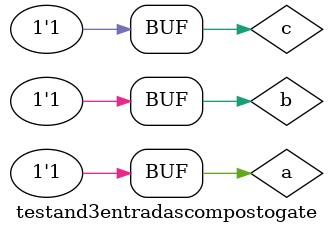
<source format=v>


module and3entradascompostogate (output s, input p, input q, input r);
	assign s = ((~p) | (~q)) & r;

endmodule			//and3entradascompostogate

// -- test and 3entradascomposto gate

module testand3entradascompostogate;
					//dados locais

	reg a, b, c;		//definir registradores
	
	wire s;		//definir conexao (fio)

					//instancia
	and3entradascompostogate AND3ENTRADASCOMPOSTO1 (s, a, b, c);
					//preparacao
	initial begin:start
		a=0; b=0; c=0;	//atribuicao simultanea dos valores iniciais
	end
					//parte principal
					
	initial begin
		$display("Exercicio09 - Luiz Henrique da Costa Silva - 449800");
		$display("Test and 3entradascomposto gate:");
		$display("\n ((~a) | (~b)) & c = s \n");
		$monitor("%b | %b & %b = %b", a, b, c, s);
		#1 a = 0; b = 0; c = 0;
		#1 a = 0; b = 0; c = 1;
		#1 a = 0; b = 1; c = 0;
		#1 a = 0; b = 1; c = 1;
		#1 a = 1; b = 0; c = 0;
		#1 a = 1; b = 0; c = 1;
		#1 a = 1; b = 1; c = 0;
		#1 a = 1; b = 1; c = 1;

	end
endmodule //test3entradascompostogate
</source>
